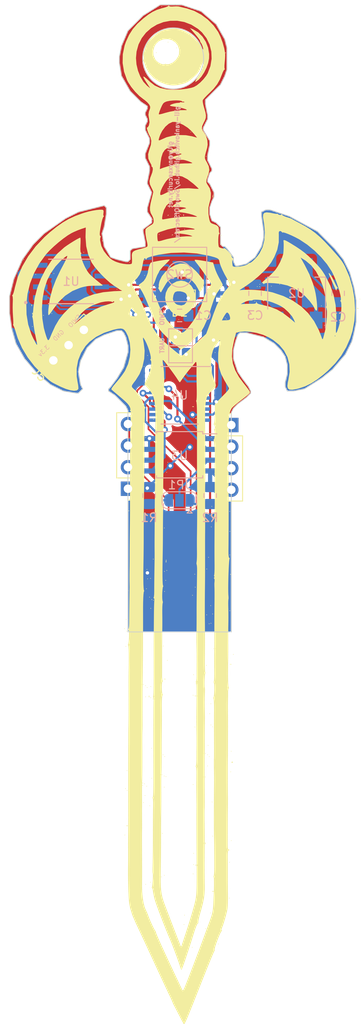
<source format=kicad_pcb>
(kicad_pcb (version 20221018) (generator pcbnew)
  (layers (0 "F.Cu" signal) (31 "B.Cu" signal) (34 "B.Paste" user) (35 "F.Paste" user) (36 "B.SilkS" user "B.Silkscreen") (37 "F.SilkS" user "F.Silkscreen") (38 "B.Mask" user) (39 "F.Mask" user) (44 "Edge.Cuts" user))
  (net 0 "")
  (net 1 "VCC")
  (net 2 "GND")
  (net 3 "RST")
  (net 4 "PC4")
  (net 5 "MISO")
  (net 6 "IO2")
  (net 7 "MOSI")
  (net 8 "SCK")
  (net 9 "SWIO")
  (net 10 "PC3")
  (net 16 "Net-(JP1-A)")
  (net 17 "Net-(JP1-B)")
  (net 18 "TX")
  (net 19 "RX")
  (net 24 "3.3v")
  (net 25 "D+")
  (net 26 "D-")
  (net 27 "TXOUT")
  (net 28 "RXOUT")
  (footprint "LED_SMD:LED_0805_2012Metric_Pad1.15x1.40mm_HandSolder" (layer "F.Cu") (at -0.009 -11.43 180)
    (fp_text reference "D1" (at 0 -1.65) (layer "F.SilkS"))
    (fp_text value "LED")
    (pad "1" smd roundrect (at -1.025 0 180) (size 1.15 1.4) (layers "F.Cu" "F.Paste" "F.Mask") (roundrect_rratio 0.217391) (net 2 "GND"))
    (pad "2" smd roundrect (at 1.025 0 180) (size 1.15 1.4) (layers "F.Cu" "F.Paste" "F.Mask") (roundrect_rratio 0.217391) (net 10 "PC3"))
  )
  (footprint "Connector_PinHeader_2.54mm:PinHeader_1x04_P2.54mm_Vertical" (layer "F.Cu") (at -6.096 11 180)
    (fp_text reference "J4" hide)
    (fp_text value "Conn_01x04_Pin")
    (pad "1" thru_hole rect (at 0 0 180) (size 1.7 1.7) (drill 1) (layers "*.Cu" "*.Mask") (net 7 "MOSI"))
    (pad "2" thru_hole oval (at 0 2.54 180) (size 1.7 1.7) (drill 1) (layers "*.Cu" "*.Mask") (net 8 "SCK"))
    (pad "3" thru_hole oval (at 0 5.08 180) (size 1.7 1.7) (drill 1) (layers "*.Cu" "*.Mask") (net 24 "3.3v"))
    (pad "4" thru_hole oval (at 0 7.62 180) (size 1.7 1.7) (drill 1) (layers "*.Cu" "*.Mask") (net 24 "3.3v"))
  )
  (footprint "LOGO" (layer "F.Cu") (at 0.203254 12.954 42)
    (fp_text reference "G***" hide)
    (fp_text value "LOGO" hide)
  )
  (footprint "Connector_PinHeader_2.54mm:PinHeader_1x03_P2.54mm_Vertical" (layer "F.Cu") (at -14.892102 -4.107898 135)
    (fp_text reference "J5" (at 0 -2.33 135) (layer "F.SilkS"))
    (fp_text value "Conn_01x03_Pin")
    (pad "1" thru_hole rect (at 0 0 135) (size 1.7 1.7) (drill 1) (layers "*.Cu" "*.Mask") (net 24 "3.3v"))
    (pad "2" thru_hole oval (at 0 2.54 135) (size 1.7 1.7) (drill 1) (layers "*.Cu" "*.Mask") (net 2 "GND"))
    (pad "3" thru_hole oval (at 0 5.08 135) (size 1.7 1.7) (drill 1) (layers "*.Cu" "*.Mask") (net 9 "SWIO"))
  )
  (footprint "Connectors:usb-PCB" (layer "F.Cu") (at 0 27.8)
    (fp_text reference "J2" hide)
    (fp_text value "USB_A" hide)
    (pad "1" connect rect (at 3.81 -4.9) (size 1.9 8) (layers "F.Cu" "F.Mask") (net 1 "VCC"))
    (pad "2" connect rect (at 1.3 -5.15) (size 2 7.5) (layers "F.Cu" "F.Mask") (net 26 "D-"))
    (pad "3" connect rect (at -1.3 -5.15) (size 2 7.5) (layers "F.Cu" "F.Mask") (net 25 "D+"))
    (pad "4" connect rect (at -3.81 -4.9) (size 1.9 8) (layers "F.Cu" "F.Mask") (net 2 "GND"))
  )
  (footprint "Connector_PinHeader_2.54mm:PinHeader_1x04_P2.54mm_Vertical" (layer "F.Cu") (at 6.096 3.5)
    (fp_text reference "J3" hide)
    (fp_text value "Conn_01x04_Pin")
    (pad "1" thru_hole rect (at 0 0) (size 1.7 1.7) (drill 1) (layers "*.Cu" "*.Mask") (net 4 "PC4"))
    (pad "2" thru_hole oval (at 0 2.54) (size 1.7 1.7) (drill 1) (layers "*.Cu" "*.Mask") (net 5 "MISO"))
    (pad "3" thru_hole oval (at 0 5.08) (size 1.7 1.7) (drill 1) (layers "*.Cu" "*.Mask") (net 6 "IO2"))
    (pad "4" thru_hole oval (at 0 7.62) (size 1.7 1.7) (drill 1) (layers "*.Cu" "*.Mask") (net 2 "GND"))
  )
  (footprint "SolderJumper:SolderJumper-2_P1.3mm_Open_Pad1.0x1.5mm" (layer "B.Cu") (at 0.112 -6.826 180)
    (fp_text reference "JP4" hide)
    (fp_text value "SolderJumper_2_Open")
    (pad "1" smd rect (at -0.65 0 180) (size 1 1.5) (layers "B.Cu" "B.Mask") (net 19 "RX"))
    (pad "2" smd rect (at 0.65 0 180) (size 1 1.5) (layers "B.Cu" "B.Mask") (net 28 "RXOUT"))
  )
  (footprint "SMD-Button-6x6-4Pin:SMD-BTN-6x6-4Pin" (layer "B.Cu") (at 0 -14.224)
    (fp_text reference "SW2" (at 0 0) (layer "B.SilkS") (effects (justify mirror)))
    (fp_text value "SW_Push")
    (pad "1" smd rect (at -4.05 2.225) (size 1.5 1) (layers "B.Cu" "B.Paste" "B.Mask") (net 2 "GND"))
    (pad "1" smd rect (at 4.05 2.225) (size 1.5 1) (layers "B.Cu" "B.Paste" "B.Mask") (net 2 "GND"))
    (pad "2" smd rect (at -4.05 -2.225) (size 1.5 1) (layers "B.Cu" "B.Paste" "B.Mask") (net 3 "RST"))
    (pad "2" smd rect (at 4.05 -2.225) (size 1.5 1) (layers "B.Cu" "B.Paste" "B.Mask") (net 3 "RST"))
  )
  (footprint "SolderJumper:SolderJumper-2_P1.3mm_Open_Pad1.0x1.5mm" (layer "B.Cu") (at 0.112 -4.826 180)
    (fp_text reference "JP3" hide)
    (fp_text value "SolderJumper_2_Open")
    (pad "1" smd rect (at -0.65 0 180) (size 1 1.5) (layers "B.Cu" "B.Mask") (net 27 "TXOUT"))
    (pad "2" smd rect (at 0.65 0 180) (size 1 1.5) (layers "B.Cu" "B.Mask") (net 18 "TX"))
  )
  (footprint "Resistor_SMD:R_0805_2012Metric_Pad1.20x1.40mm_HandSolder" (layer "B.Cu") (at -3.6 11.8 90)
    (fp_text reference "R1" (at -2.6 0 180) (layer "B.SilkS") (effects (justify mirror)))
    (fp_text value "10k")
    (pad "1" smd roundrect (at -1 0 90) (size 1.2 1.4) (layers "B.Cu" "B.Paste" "B.Mask") (roundrect_rratio 0.208333) (net 17 "Net-(JP1-B)"))
    (pad "2" smd roundrect (at 1 0 90) (size 1.2 1.4) (layers "B.Cu" "B.Paste" "B.Mask") (roundrect_rratio 0.208333) (net 24 "3.3v"))
  )
  (footprint "Package_SO:TSSOP-20_4.4x6.5mm_P0.65mm" (layer "B.Cu") (at 0 0 180)
    (fp_text reference "U4" (at 0 0) (layer "B.SilkS") (effects (justify mirror)))
    (fp_text value "CH32V003F4P6")
    (pad "1" smd roundrect (at -2.8625 2.925 180) (size 1.475 0.4) (layers "B.Cu" "B.Paste" "B.Mask"))
    (pad "2" smd roundrect (at -2.8625 2.275 180) (size 1.475 0.4) (layers "B.Cu" "B.Paste" "B.Mask") (net 18 "TX"))
    (pad "3" smd roundrect (at -2.8625 1.625 180) (size 1.475 0.4) (layers "B.Cu" "B.Paste" "B.Mask") (net 19 "RX"))
    (pad "4" smd roundrect (at -2.8625 0.975 180) (size 1.475 0.4) (layers "B.Cu" "B.Paste" "B.Mask") (net 3 "RST"))
    (pad "5" smd roundrect (at -2.8625 0.325 180) (size 1.475 0.4) (layers "B.Cu" "B.Paste" "B.Mask"))
    (pad "6" smd roundrect (at -2.8625 -0.325 180) (size 1.475 0.4) (layers "B.Cu" "B.Paste" "B.Mask"))
    (pad "7" smd roundrect (at -2.8625 -0.975 180) (size 1.475 0.4) (layers "B.Cu" "B.Paste" "B.Mask") (net 2 "GND"))
    (pad "8" smd roundrect (at -2.8625 -1.625 180) (size 1.475 0.4) (layers "B.Cu" "B.Paste" "B.Mask"))
    (pad "9" smd roundrect (at -2.8625 -2.275 180) (size 1.475 0.4) (layers "B.Cu" "B.Paste" "B.Mask") (net 24 "3.3v"))
    (pad "10" smd roundrect (at -2.8625 -2.925 180) (size 1.475 0.4) (layers "B.Cu" "B.Paste" "B.Mask"))
    (pad "11" smd roundrect (at 2.8625 -2.925 180) (size 1.475 0.4) (layers "B.Cu" "B.Paste" "B.Mask"))
    (pad "12" smd roundrect (at 2.8625 -2.275 180) (size 1.475 0.4) (layers "B.Cu" "B.Paste" "B.Mask"))
    (pad "13" smd roundrect (at 2.8625 -1.625 180) (size 1.475 0.4) (layers "B.Cu" "B.Paste" "B.Mask") (net 10 "PC3"))
    (pad "14" smd roundrect (at 2.8625 -0.975 180) (size 1.475 0.4) (layers "B.Cu" "B.Paste" "B.Mask") (net 4 "PC4"))
    (pad "15" smd roundrect (at 2.8625 -0.325 180) (size 1.475 0.4) (layers "B.Cu" "B.Paste" "B.Mask") (net 8 "SCK"))
    (pad "16" smd roundrect (at 2.8625 0.325 180) (size 1.475 0.4) (layers "B.Cu" "B.Paste" "B.Mask") (net 7 "MOSI"))
    (pad "17" smd roundrect (at 2.8625 0.975 180) (size 1.475 0.4) (layers "B.Cu" "B.Paste" "B.Mask") (net 5 "MISO"))
    (pad "18" smd roundrect (at 2.8625 1.625 180) (size 1.475 0.4) (layers "B.Cu" "B.Paste" "B.Mask") (net 9 "SWIO"))
    (pad "19" smd roundrect (at 2.8625 2.275 180) (size 1.475 0.4) (layers "B.Cu" "B.Paste" "B.Mask"))
    (pad "20" smd roundrect (at 2.8625 2.925 180) (size 1.475 0.4) (layers "B.Cu" "B.Paste" "B.Mask"))
  )
  (footprint "Resistor_SMD:R_0805_2012Metric_Pad1.20x1.40mm_HandSolder" (layer "B.Cu") (at 3.6 11.8 90)
    (fp_text reference "R2" (at -2.6 0 180) (layer "B.SilkS") (effects (justify mirror)))
    (fp_text value "100k")
    (pad "1" smd roundrect (at -1 0 90) (size 1.2 1.4) (layers "B.Cu" "B.Paste" "B.Mask") (roundrect_rratio 0.208333) (net 16 "Net-(JP1-A)"))
    (pad "2" smd roundrect (at 1 0 90) (size 1.2 1.4) (layers "B.Cu" "B.Paste" "B.Mask") (roundrect_rratio 0.208333) (net 2 "GND"))
  )
  (footprint "Capacitor_SMD:C_0805_2012Metric_Pad1.18x1.45mm_HandSolder" (layer "B.Cu") (at 18.7 -12 -90)
    (fp_text reference "C2" (at 2.8 0 -180) (layer "B.SilkS") (effects (justify mirror)))
    (fp_text value "C")
    (pad "1" smd roundrect (at -1.0375 0 270) (size 1.175 1.45) (layers "B.Cu" "B.Paste" "B.Mask") (roundrect_rratio 0.212766) (net 2 "GND"))
    (pad "2" smd roundrect (at 1.0375 0 270) (size 1.175 1.45) (layers "B.Cu" "B.Paste" "B.Mask") (roundrect_rratio 0.212766) (net 24 "3.3v"))
  )
  (footprint "SOIC127P798X216-8N:SOIC127P798X216-8N" (layer "B.Cu") (at -12.81 -13.4)
    (fp_text reference "U1" (at 0.01 0) (layer "B.SilkS") (effects (justify mirror)))
    (fp_text value "CH340N")
    (pad "1" smd roundrect (at -3.63 1.905) (size 1.71 0.58) (layers "B.Cu" "B.Paste" "B.Mask") (roundrect_rratio 0.07) (net 25 "D+"))
    (pad "2" smd roundrect (at -3.63 0.635) (size 1.71 0.58) (layers "B.Cu" "B.Paste" "B.Mask") (roundrect_rratio 0.07) (net 26 "D-"))
    (pad "3" smd roundrect (at -3.63 -0.635) (size 1.71 0.58) (layers "B.Cu" "B.Paste" "B.Mask") (roundrect_rratio 0.07) (net 2 "GND"))
    (pad "4" smd roundrect (at -3.63 -1.905) (size 1.71 0.58) (layers "B.Cu" "B.Paste" "B.Mask") (roundrect_rratio 0.07))
    (pad "5" smd roundrect (at 3.63 -1.905) (size 1.71 0.58) (layers "B.Cu" "B.Paste" "B.Mask") (roundrect_rratio 0.07) (net 24 "3.3v"))
    (pad "6" smd roundrect (at 3.63 -0.635) (size 1.71 0.58) (layers "B.Cu" "B.Paste" "B.Mask") (roundrect_rratio 0.07) (net 27 "TXOUT"))
    (pad "7" smd roundrect (at 3.63 0.635) (size 1.71 0.58) (layers "B.Cu" "B.Paste" "B.Mask") (roundrect_rratio 0.07) (net 28 "RXOUT"))
    (pad "8" smd roundrect (at 3.63 1.905) (size 1.71 0.58) (layers "B.Cu" "B.Paste" "B.Mask") (roundrect_rratio 0.07) (net 24 "3.3v"))
  )
  (footprint "Package_SO:SOIC-8_5.23x5.23mm_P1.27mm" (layer "B.Cu") (at 0 7 180)
    (fp_text reference "U3" (at 0 -0.112) (layer "B.SilkS") (effects (justify mirror)))
    (fp_text value "W25Q128JVS")
    (pad "1" smd roundrect (at -3.6 1.905 180) (size 1.6 0.6) (layers "B.Cu" "B.Paste" "B.Mask") (net 4 "PC4"))
    (pad "2" smd roundrect (at -3.6 0.635 180) (size 1.6 0.6) (layers "B.Cu" "B.Paste" "B.Mask") (net 5 "MISO"))
    (pad "3" smd roundrect (at -3.6 -0.635 180) (size 1.6 0.6) (layers "B.Cu" "B.Paste" "B.Mask") (net 6 "IO2"))
    (pad "4" smd roundrect (at -3.6 -1.905 180) (size 1.6 0.6) (layers "B.Cu" "B.Paste" "B.Mask") (net 2 "GND"))
    (pad "5" smd roundrect (at 3.6 -1.905 180) (size 1.6 0.6) (layers "B.Cu" "B.Paste" "B.Mask") (net 7 "MOSI"))
    (pad "6" smd roundrect (at 3.6 -0.635 180) (size 1.6 0.6) (layers "B.Cu" "B.Paste" "B.Mask") (net 8 "SCK"))
    (pad "7" smd roundrect (at 3.6 0.635 180) (size 1.6 0.6) (layers "B.Cu" "B.Paste" "B.Mask") (net 24 "3.3v"))
    (pad "8" smd roundrect (at 3.6 1.905 180) (size 1.6 0.6) (layers "B.Cu" "B.Paste" "B.Mask") (net 24 "3.3v"))
  )
  (footprint "Capacitor_SMD:C_0805_2012Metric_Pad1.18x1.45mm_HandSolder" (layer "B.Cu") (at 0 -9.4 180)
    (fp_text reference "C1" (at -2.8 0) (layer "B.SilkS") (effects (justify mirror)))
    (fp_text value "C")
    (pad "1" smd roundrect (at -1.0375 0 180) (size 1.175 1.45) (layers "B.Cu" "B.Paste" "B.Mask") (roundrect_rratio 0.212766) (net 3 "RST"))
    (pad "2" smd roundrect (at 1.0375 0 180) (size 1.175 1.45) (layers "B.Cu" "B.Paste" "B.Mask") (roundrect_rratio 0.212766) (net 2 "GND"))
  )
  (footprint "SolderJumper:SolderJumper-3_P1.3mm_Open_RoundedPad1.0x1.5mm" (layer "B.Cu") (at -0.02 12.3575 180)
    (fp_text reference "JP1" (at 0 1.8) (layer "B.SilkS") (effects (justify mirror)))
    (fp_text value "SolderJumper_3_Open")
    (pad "1" smd custom (at -1.3 0 180) (size 1 0.5) (layers "B.Cu" "B.Mask") (net 16 "Net-(JP1-A)") (options (clearance outline) (anchor rect)) (primitives (gr_circle (center 0 -0.25) (end 0.5 -0.25) (width 0) (fill yes)) (gr_circle (center 0 0.25) (end 0.5 0.25) (width 0) (fill yes)) (gr_poly (pts (xy 0.55 0.75) (xy 0 0.75) (xy 0 -0.75) (xy 0.55 -0.75)) (width 0) (fill yes))))
    (pad "2" smd rect (at 0 0 180) (size 1 1.5) (layers "B.Cu" "B.Mask") (net 6 "IO2"))
    (pad "3" smd custom (at 1.3 0 180) (size 1 0.5) (layers "B.Cu" "B.Mask") (net 17 "Net-(JP1-B)") (options (clearance outline) (anchor rect)) (primitives (gr_circle (center 0 -0.25) (end 0.5 -0.25) (width 0) (fill yes)) (gr_circle (center 0 0.25) (end 0.5 0.25) (width 0) (fill yes)) (gr_poly (pts (xy -0.55 0.75) (xy 0 0.75) (xy 0 -0.75) (xy -0.55 -0.75)) (width 0) (fill yes))))
  )
  (footprint "Package_TO_SOT_SMD:SOT-223-3_TabPin2" (layer "B.Cu") (at 13.8 -12 90)
    (fp_text reference "U2" (at 0 0 180) (layer "B.SilkS") (effects (justify mirror)))
    (fp_text value "AMS1117-3.3")
    (pad "1" smd rect (at -3.15 2.3 90) (size 2 1.5) (layers "B.Cu" "B.Paste" "B.Mask") (net 2 "GND"))
    (pad "2" smd rect (at -3.15 0 90) (size 2 1.5) (layers "B.Cu" "B.Paste" "B.Mask") (net 24 "3.3v"))
    (pad "2" smd rect (at 3.15 0 90) (size 2 3.8) (layers "B.Cu" "B.Paste" "B.Mask") (net 24 "3.3v"))
    (pad "3" smd rect (at -3.15 -2.3 90) (size 2 1.5) (layers "B.Cu" "B.Paste" "B.Mask") (net 1 "VCC"))
  )
  (footprint "Capacitor_SMD:C_0805_2012Metric_Pad1.18x1.45mm_HandSolder" (layer "B.Cu") (at 8.9 -12 90)
    (fp_text reference "C3" (at -2.6 0 180) (layer "B.SilkS") (effects (justify mirror)))
    (fp_text value "C")
    (pad "1" smd roundrect (at -1.0375 0 90) (size 1.175 1.45) (layers "B.Cu" "B.Paste" "B.Mask") (roundrect_rratio 0.212766) (net 1 "VCC"))
    (pad "2" smd roundrect (at 1.0375 0 90) (size 1.175 1.45) (layers "B.Cu" "B.Paste" "B.Mask") (roundrect_rratio 0.212766) (net 2 "GND"))
  )
  (gr_poly (pts (xy -7.9 -10.9) (xy -8.8 -10.6) (xy -9.8 -10.2) (xy -10.4 -9.9) (xy -11 -9.5) (xy -12.4 -8.4) (xy -12 -9.1) (xy -11.5 -9.8) (xy -10.7 -10.4) (xy -9.8 -10.8) (xy -8.8 -11.1) (xy -7.7 -11.1) (xy -7.7 -11)) (stroke (width 0.2)) (fill solid) (layer "F.Cu"))
  (gr_poly (pts (xy 0.8 -33.5) (xy -0.5 -33.5) (xy -1.1 -33.4) (xy -2.2 -33.1) (xy -2.5 -33) (xy -2.5 -33.1) (xy -2.3 -33.6) (xy -2 -34.3) (xy -1.8 -34.5) (xy -1.5 -34.6) (xy -1 -34.7) (xy 0.1 -34.7) (xy 0.3 -34.6) (xy 0.6 -34.6) (xy 0.6 -34.5) (xy 0.5 -34.4) (xy -0.2 -34.4) (xy -0.7 -34.3) (xy -1 -34.2) (xy -1.1 -34.1) (xy -0.1 -33.9) (xy 0.5 -33.8) (xy 0.9 -33.6)) (stroke (width 0.2)) (fill solid) (layer "F.Cu"))
  (gr_poly (pts (xy 2.2 -24.3) (xy 1.1 -24.4) (xy -0.6 -24.2) (xy -2.2 -23.5) (xy -2.3 -23.6) (xy -2.3 -24) (xy -1.5 -25.4) (xy -0.8 -25.8) (xy -0.2 -25.9) (xy 0.5 -25.7) (xy 1.3 -25.2) (xy 2.3 -24.3)) (stroke (width 0.2)) (fill solid) (layer "F.Cu"))
  (gr_poly (pts (xy 0.4 -18.7) (xy -1.8 -18.3) (xy -2.5 -18.1) (xy -2.6 -18.2) (xy -2.6 -19.1) (xy -1.5 -19.5) (xy -0.5 -19.7) (xy 0.5 -19.8) (xy 1.4 -19.7) (xy 1.8 -19.6) (xy 1.7 -19.5) (xy 1.2 -19.5) (xy 0.2 -19.4) (xy -0.6 -19.2) (xy -0.5 -19.1) (xy 0.4 -19) (xy 1.1 -18.9) (xy 1.5 -18.7)) (stroke (width 0.2)) (fill solid) (layer "F.Cu"))
  (gr_poly (pts (xy 7.1 -12.4) (xy 8.9 -12.4) (xy 10.6 -12.2) (xy 12.2 -11.7) (xy 13.4 -11.1) (xy 14.4 -10.4) (xy 15.3 -9.5) (xy 15.9 -8.7) (xy 16.5 -7.5) (xy 16.8 -6.6) (xy 16.9 -6.6) (xy 17.1 -7.3) (xy 17.3 -8.4) (xy 17.4 -9.5) (xy 17.4 -10.3) (xy 17.2 -11.6) (xy 16.9 -12.9) (xy 16.5 -13.8) (xy 15.9 -14.9) (xy 15.1 -15.7) (xy 14.2 -16.3) (xy 14.9 -15) (xy 15.3 -14.2) (xy 15.7 -13.2) (xy 16 -12.2) (xy 16.2 -10.8) (xy 16.2 -10) (xy 16.1 -10) (xy 15.4 -11) (xy 14.8 -11.7) (xy 14.3 -12.1) (xy 13.5 -12.6) (xy 12.8 -12.9) (xy 12 -13.1) (xy 11.1 -13.2) (xy 9.8 -13.2) (xy 9.8 -13.3) (xy 10.8 -14.2) (xy 11.4 -14.9) (xy 11.9 -15.7) (xy 12.3 -16.7) (xy 12.3 -18.2) (xy 12.4 -18.2) (xy 13.4 -17.7) (xy 14.6 -16.9) (xy 15.9 -15.7) (xy 16.6 -15) (xy 17.2 -14) (xy 17.8 -12.8) (xy 18.2 -11.7) (xy 18.4 -10.6) (xy 18.5 -9.3) (xy 18.4 -7.4) (xy 18.5 -7.3) (xy 18.8 -8.2) (xy 19.1 -9.6) (xy 19.1 -11.2) (xy 18.9 -12.3) (xy 18.5 -13.4) (xy 17.7 -15.1) (xy 16.5 -16.5) (xy 15.5 -17.4) (xy 14.2 -18.3) (xy 12.6 -19.1) (xy 11.8 -19.4) (xy 11.6 -19.2) (xy 11.7 -18.4) (xy 11.7 -18) (xy 11.5 -17.1) (xy 11.2 -16.3) (xy 10.8 -15.6) (xy 10.2 -14.9) (xy 9.6 -14.3) (xy 8.8 -13.6)) (stroke (width 0.2)) (fill solid) (layer "F.Cu"))
  (gr_poly (pts (xy 7.2 -10.7) (xy 8.9 -10.8) (xy 10 -10.6) (xy 11.5 -10.1) (xy 12.3 -9.6) (xy 13.6 -8.6) (xy 13.3 -9.3) (xy 12.3 -10.3) (xy 11.4 -10.8) (xy 10.2 -11.2) (xy 8.7 -11.3) (xy 7.4 -10.9)) (stroke (width 0.2)) (fill solid) (layer "F.Cu"))
  (gr_poly (pts (xy 2.1 -30.3) (xy 1.3 -30.5) (xy 0.2 -30.6) (xy -0.9 -30.5) (xy -1.6 -30.3) (xy -2.3 -30) (xy -2.5 -30) (xy -2.5 -30.2) (xy -2.1 -31.2) (xy -1.6 -31.8) (xy -0.9 -32.2) (xy -0.5 -32.2) (xy 0 -32.1) (xy 0.4 -31.9) (xy 0.9 -31.6) (xy 1.3 -31.2) (xy 1.8 -30.8)) (stroke (width 0.2)) (fill solid) (layer "F.Cu"))
  (gr_poly (pts (xy 1.5 -27.3) (xy 0.1 -27.3) (xy -0.9 -27.1) (xy -1.6 -26.9) (xy -2.4 -26.6) (xy -2.2 -27.9) (xy -2 -28.5) (xy -1.8 -28.8) (xy -1.7 -29) (xy -1.4 -29.2) (xy -0.8 -29.3) (xy -0.5 -29.3) (xy -0.3 -29.2) (xy -0.3 -29.1) (xy -0.9 -28.9) (xy -1.2 -28.7) (xy -1.2 -28.6) (xy 0.3 -28.4) (xy -0.9 -28) (xy -0.9 -27.9) (xy 0 -27.8) (xy 1 -27.6) (xy 1.5 -27.4)) (stroke (width 0.2)) (fill solid) (layer "F.Cu"))
  (gr_poly (pts (xy 2.1 -21) (xy 0.1 -21) (xy -2 -20.7) (xy -2.1 -20.8) (xy -1.9 -21.6) (xy -1.6 -22.3) (xy -1.1 -22.7) (xy -0.3 -23) (xy 0.2 -22.9) (xy 0.1 -22.8) (xy -0.5 -22.5) (xy -0.8 -22.3) (xy -0.8 -22.2) (xy 0.5 -22.1) (xy 0.8 -22) (xy 0.2 -21.9) (xy -0.2 -21.7) (xy -0.3 -21.6) (xy 0.3 -21.5) (xy 1.4 -21.3)) (stroke (width 0.2)) (fill solid) (layer "F.Cu"))
  (gr_poly (pts (xy -6.8 -12.3) (xy -8.3 -12.2) (xy -9.1 -12.1) (xy -10.4 -11.8) (xy -11.2 -11.5) (xy -12.2 -10.9) (xy -13.1 -10.2) (xy -13.8 -9.5) (xy -14.4 -8.7) (xy -14.7 -8.1) (xy -15.1 -7.2) (xy -15.4 -6.5) (xy -15.5 -6.5) (xy -15.6 -6.6) (xy -16 -7.9) (xy -16.2 -8.9) (xy -16.3 -10.2) (xy -16.2 -11.5) (xy -16 -12.5) (xy -15.7 -13.4) (xy -15.3 -14.2) (xy -14.6 -15.2) (xy -13.9 -16) (xy -13.4 -16.4) (xy -13.2 -16.5) (xy -13.2 -16.3) (xy -13.8 -15.2) (xy -14.5 -13.8) (xy -14.8 -13) (xy -15 -12.5) (xy -15.3 -11.4) (xy -15.4 -10.8) (xy -15.5 -9.8) (xy -15.5 -9.4) (xy -15.4 -9.4) (xy -14.7 -10.4) (xy -14.3 -10.9) (xy -13.5 -11.7) (xy -12.6 -12.3) (xy -11.9 -12.6) (xy -11.2 -12.8) (xy -10.5 -12.9) (xy -9.3 -12.9) (xy -9.2 -13) (xy -10.8 -14.4) (xy -11.4 -15.6) (xy -11.6 -16.2) (xy -11.7 -16.9) (xy -11.7 -18.5) (xy -11.8 -18.5) (xy -12.9 -17.9) (xy -13.6 -17.4) (xy -14.4 -16.7) (xy -15.1 -15.8) (xy -15.8 -14.8) (xy -16.4 -13.6) (xy -16.8 -12.6) (xy -17.1 -11.4) (xy -17.3 -9.7) (xy -17.3 -9) (xy -17.2 -8.1) (xy -17 -7) (xy -16.8 -6) (xy -16.9 -5.9) (xy -17.4 -7) (xy -17.8 -8.1) (xy -18.1 -9.5) (xy -18.1 -10.7) (xy -17.9 -12.2) (xy -17.6 -13.3) (xy -17.2 -14.3) (xy -16.6 -15.4) (xy -15.9 -16.4) (xy -15.2 -17.2) (xy -13.9 -18.3) (xy -12.8 -19.1) (xy -12.1 -19.4) (xy -11 -19.8) (xy -11 -17.6) (xy -10.7 -16.4) (xy -10.4 -15.7) (xy -10.1 -15.2) (xy -9.1 -14.1) (xy -8.1 -13.2) (xy -7.3 -12.6)) (stroke (width 0.2)) (fill solid) (layer "F.Cu"))
  (gr_poly (pts (xy 6.096 27.852291) (xy 6.096 2.042291) (xy 6.35 1.534291) (xy 6.858 1.026291) (xy 7.874 0.264291) (xy 8.382 -0.243709) (xy 8.382 -0.497709) (xy 8.128 -1.005709) (xy 7.366 -2.021709) (xy 6.858 -2.783709) (xy 6.35 -4.307709) (xy 6.35 -5.323709) (xy 6.604 -6.339709) (xy 6.858 -7.101709) (xy 7.112 -7.355709) (xy 7.874 -7.355709) (xy 9.906 -6.847709) (xy 11.176 -6.085709) (xy 11.938 -5.323709) (xy 12.446 -4.561709) (xy 12.7 -3.545709) (xy 12.7 -2.529709) (xy 12.446 -1.513709) (xy 12.446 -1.005709) (xy 12.7 -0.497709) (xy 13.462 -0.497709) (xy 14.732 -0.751709) (xy 16.764 -2.021709) (xy 18.034 -3.037709) (xy 19.558 -4.815709) (xy 20.32 -6.339709) (xy 20.574 -7.355709) (xy 20.828 -8.625709) (xy 20.828 -11.165709) (xy 20.574 -12.689709) (xy 20.066 -14.467709) (xy 19.304 -15.991709) (xy 18.288 -17.261709) (xy 16.256 -19.293709) (xy 12.954 -21.071709) (xy 10.668 -21.833709) (xy 10.16 -21.833709) (xy 9.652 -21.579709) (xy 9.652 -21.071709) (xy 9.906 -19.293709) (xy 9.906 -18.531709) (xy 9.652 -17.515709) (xy 8.89 -16.245709) (xy 7.874 -15.483709) (xy 6.858 -15.229709) (xy 6.604 -15.229709) (xy 6.35 -15.737709) (xy 6.35 -16.245709) (xy 5.588 -17.261709) (xy 5.334 -17.515709) (xy 5.08 -17.515709) (xy 4.826 -17.769709) (xy 4.826 -19.801709) (xy 4.318 -20.309709) (xy 3.81 -20.563709) (xy 3.556 -21.325709) (xy 3.556 -22.087709) (xy 3.81 -22.849709) (xy 4.064 -23.357709) (xy 4.064 -23.865709) (xy 3.556 -24.881709) (xy 3.302 -25.135709) (xy 3.302 -25.389709) (xy 3.556 -26.151709) (xy 3.81 -26.405709) (xy 3.81 -26.659709) (xy 3.302 -27.675709) (xy 3.302 -28.183709) (xy 3.556 -29.453709) (xy 3.556 -29.961709) (xy 2.794 -31.231709) (xy 2.794 -31.485709) (xy 3.302 -32.501709) (xy 3.302 -33.009709) (xy 3.048 -34.279709) (xy 3.048 -34.787709) (xy 4.826 -36.565709) (xy 5.334 -37.581709) (xy 5.588 -38.343709) (xy 5.588 -40.883709) (xy 5.334 -41.899709) (xy 4.318 -43.677709) (xy 2.54 -45.201709) (xy 0.254 -45.963709) (xy -2.286 -45.963709) (xy -4.318 -44.693709) (xy -6.096 -42.915709) (xy -6.858 -41.137709) (xy -7.112 -39.867709) (xy -7.112 -39.105709) (xy -6.858 -37.581709) (xy -5.842 -35.803709) (xy -4.572 -34.533709) (xy -3.81 -34.025709) (xy -3.81 -33.771709) (xy -4.064 -33.263709) (xy -4.064 -33.009709) (xy -3.81 -32.501709) (xy -3.81 -32.247709) (xy -4.064 -31.739709) (xy -4.064 -31.231709) (xy -3.556 -30.215709) (xy -3.556 -29.707709) (xy -4.064 -28.437709) (xy -4.064 -27.929709) (xy -3.556 -26.913709) (xy -3.556 -26.405709) (xy -3.81 -25.135709) (xy -3.81 -24.881709) (xy -3.302 -23.865709) (xy -3.81 -22.087709) (xy -3.81 -21.579709) (xy -3.302 -20.817709) (xy -3.302 -20.309709) (xy -4.318 -19.547709) (xy -4.318 -19.293709) (xy -4.064 -18.023709) (xy -4.064 -17.515709) (xy -5.588 -17.261709) (xy -5.842 -17.007709) (xy -5.842 -15.991709) (xy -6.096 -15.737709) (xy -6.35 -15.737709) (xy -7.366 -15.991709) (xy -8.128 -16.245709) (xy -8.89 -17.515709) (xy -9.144 -19.039709) (xy -8.89 -19.801709) (xy -8.636 -21.325709) (xy -8.636 -22.087709) (xy -8.89 -22.341709) (xy -11.938 -21.579709) (xy -13.462 -20.817709) (xy -16.002 -19.039709) (xy -17.272 -17.769709) (xy -18.542 -15.991709) (xy -19.558 -13.705709) (xy -20.066 -11.673709) (xy -20.066 -9.641709) (xy -19.812 -7.863709) (xy -19.304 -6.085709) (xy -18.288 -4.307709) (xy -16.764 -2.529709) (xy -15.24 -1.259709) (xy -13.716 -0.497709) (xy -12.192 -0.243709) (xy -11.938 -0.243709) (xy -11.43 -0.751709) (xy -11.684 -1.259709) (xy -11.938 -2.783709) (xy -11.684 -4.053709) (xy -10.922 -5.577709) (xy -9.906 -6.593709) (xy -8.89 -7.101709) (xy -7.366 -7.609709) (xy -6.858 -7.609709) (xy -6.604 -7.355709) (xy -6.35 -6.847709) (xy -6.096 -5.831709) (xy -6.096 -5.069709) (xy -6.604 -3.291709) (xy -7.366 -2.021709) (xy -8.128 -1.005709) (xy -8.382 -0.751709) (xy -8.382 -0.497709) (xy -7.62 0.010291) (xy -6.35 1.280291) (xy -6.096 1.788291) (xy -6.096 27.852291)) (stroke (width 0.1)) (fill none) (layer "Edge.Cuts"))
  (gr_circle (center -0.762 -39.652135) (end -0.508 -36.068) (stroke (width 0.1)) (fill none) (layer "Edge.Cuts"))
  (gr_text "/SWIO" (at -1.778 -10.668 90) (layer "B.SilkS") (effects (font (size 0.5 0.5) (thickness 0.125)) (justify left bottom mirror)))
  (gr_text "3.3v" (at -15.24 -5.6 45) (layer "B.SilkS") (effects (font (size 0.5 0.5) (thickness 0.0625)) (justify left bottom mirror)))
  (gr_text "GND" (at -13.5 -7.4 45) (layer "B.SilkS") (effects (font (size 0.5 0.5) (thickness 0.0625)) (justify left bottom mirror)))
  (gr_text "giliy@nyxsecurity.net\ngili-yankovitch.github.io/SwordOfSecrets/" (at 0 -26 90) (layer "B.SilkS") (effects (font (size 0.5 0.5) (thickness 0.125)) (justify bottom mirror)))
  (gr_text "UART" (at -1.778 -6.858 90) (layer "B.SilkS") (effects (font (size 0.5 0.5) (thickness 0.125)) (justify left bottom mirror)))
  (gr_text "SWIO" (at -11.5 -9.2 45) (layer "B.SilkS") (effects (font (size 0.5 0.5) (thickness 0.0625)) (justify left bottom mirror)))
  (segment (start 3.593 14.393) (end 3.593 -6.093) (width 0.25) (layer "F.Cu") (net 1))
  (segment (start 3.81 14.61) (end 3.593 14.393) (width 0.25) (layer "F.Cu") (net 1))
  (segment (start 3.593 -6.093) (end 4 -6.5) (width 0.25) (layer "F.Cu") (net 1))
  (segment (start 3.81 22.9) (end 3.81 14.61) (width 0.25) (layer "F.Cu") (net 1))
  (via (at 4 -6.5) (size 0.8) (drill 0.4) (layers "F.Cu" "B.Cu") (net 1))
  (segment (start 5.443119 -6.5) (end 4 -6.5) (width 0.25) (layer "B.Cu") (net 1))
  (segment (start 7.793119 -8.85) (end 5.443119 -6.5) (width 0.25) (layer "B.Cu") (net 1))
  (segment (start 9.3875 -10.9625) (end 8.9 -10.9625) (width 0.25) (layer "B.Cu") (net 1))
  (segment (start 11.5 -8.85) (end 7.793119 -8.85) (width 0.25) (layer "B.Cu") (net 1))
  (segment (start 11.5 -8.85) (end 9.3875 -10.9625) (width 0.25) (layer "B.Cu") (net 1))
  (segment (start 4.064 -11.938) (end 3.556 -11.43) (width 0.25) (layer "F.Cu") (net 2))
  (segment (start 4.921 1.365) (end 4.318 0.762) (width 0.25) (layer "F.Cu") (net 2))
  (segment (start 3.556 -11.43) (end 1.016 -11.43) (width 0.25) (layer "F.Cu") (net 2))
  (segment (start 4.921 10.07) (end 5.971 11.12) (width 0.25) (layer "F.Cu") (net 2))
  (segment (start -7.125 -11.525) (end -9.675 -11.525) (width 0.25) (layer "F.Cu") (net 2))
  (segment (start -9.675 -11.525) (end -10.023267 -11.176733) (width 0.25) (layer "F.Cu") (net 2))
  (segment (start 4.921 4.657695) (end 4.921 10.07) (width 0.25) (layer "F.Cu") (net 2))
  (segment (start -6.9 -11.3) (end -7.125 -11.525) (width 0.25) (layer "F.Cu") (net 2))
  (segment (start 4.921 4.657695) (end 4.921 1.365) (width 0.25) (layer "F.Cu") (net 2))
  (segment (start -13.096051 -8.83774) (end -13.096051 -5.903949) (width 0.25) (layer "F.Cu") (net 2))
  (segment (start -10.757058 -11.176733) (end -13.096051 -8.83774) (width 0.25) (layer "F.Cu") (net 2))
  (segment (start -10.023267 -11.176733) (end -10.757058 -11.176733) (width 0.25) (layer "F.Cu") (net 2))
  (via (at 4.318 0.762) (size 0.8) (drill 0.4) (layers "F.Cu" "B.Cu") (net 2))
  (via (at -3.8 20.9) (size 0.8) (drill 0.4) (layers "F.Cu" "B.Cu") (net 2))
  (via (at 4.064 -11.938) (size 0.8) (drill 0.4) (layers "F.Cu" "B.Cu") (net 2))
  (via (at -6.9 -11.3) (size 0.8) (drill 0.4) (layers "F.Cu" "B.Cu") (net 2))
  (via (at 1.016 -11.43) (size 0.8) (drill 0.4) (layers "F.Cu" "B.Cu") (net 2))
  (segment (start 5.815 11.12) (end 3.6 8.905) (width 0.25) (layer "B.Cu") (net 2))
  (segment (start -6.9 -11.3) (end -6.9 -11.1) (width 0.25) (layer "B.Cu") (net 2))
  (segment (start -1.0375 -9.4) (end -1.014 -9.4) (width 0.25) (layer "B.Cu") (net 2))
  (segment (start 2.8625 0.975) (end 4.105 0.975) (width 0.25) (layer "B.Cu") (net 2))
  (segment (start 3.6 10.8) (end 4.7 11.9) (width 0.25) (layer "B.Cu") (net 2))
  (segment (start 4.105 0.975) (end 4.318 0.762) (width 0.25) (layer "B.Cu") (net 2))
  (segment (start -4.34342 -10.95558) (end -6.75558 -10.95558) (width 0.25) (layer "B.Cu") (net 2))
  (segment (start -1.014 -9.4) (end 1.016 -11.43) (width 0.25) (layer "B.Cu") (net 2))
  (segment (start -4.05 -11.999) (end -4.05 -11.249) (width 0.25) (layer "B.Cu") (net 2))
  (segment (start 4.02 11.12) (end 5.815 11.12) (width 0.25) (layer "B.Cu") (net 2))
  (segment (start 3.8 10.9) (end 4.02 11.12) (width 0.25) (layer "B.Cu") (net 2))
  (segment (start -6.75558 -10.95558) (end -6.9 -11.3) (width 0.25) (layer "B.Cu") (net 2))
  (segment (start -4.05 -11.249) (end -4.34342 -10.95558) (width 0.25) (layer "B.Cu") (net 2))
  (segment (start 3.551041 -0.975) (end 2.8625 -0.975) (width 0.25) (layer "B.Cu") (net 3))
  (segment (start 1.9375 -8.5) (end 1.0375 -9.4) (width 0.25) (layer "B.Cu") (net 3))
  (segment (start 1.998 -5.368) (end 3.925 -3.441) (width 0.25) (layer "B.Cu") (net 3))
  (segment (start 2.975 -11.3375) (end 1.998 -10.3605) (width 0.25) (layer "B.Cu") (net 3))
  (segment (start 1.998 -8.856) (end 1.998 -8.5) (width 0.25) (layer "B.Cu") (net 3))
  (segment (start 4.05 -16.449) (end -4.05 -16.449) (width 0.25) (layer "B.Cu") (net 3))
  (segment (start 1.998 -8.5) (end 1.998 -5.368) (width 0.25) (layer "B.Cu") (net 3))
  (segment (start 2.975 -15.374) (end 4.05 -16.449) (width 0.25) (layer "B.Cu") (net 3))
  (segment (start 2.975 -11.3375) (end 2.975 -15.374) (width 0.25) (layer "B.Cu") (net 3))
  (segment (start 1.998 -8.5) (end 1.9375 -8.5) (width 0.25) (layer "B.Cu") (net 3))
  (segment (start 3.925 -1.348959) (end 3.551041 -0.975) (width 0.25) (layer "B.Cu") (net 3))
  (segment (start 3.925 -3.441) (end 3.925 -1.348959) (width 0.25) (layer "B.Cu") (net 3))
  (segment (start 1.998 -10.3605) (end 1.998 -8.856) (width 0.25) (layer "B.Cu") (net 3))
  (segment (start 3.307695 5.095) (end -0.545 1.242305) (width 0.25) (layer "B.Cu") (net 4))
  (segment (start 3.6 5.095) (end 4.501 5.095) (width 0.25) (layer "B.Cu") (net 4))
  (segment (start -2.173959 0.975) (end -2.8625 0.975) (width 0.25) (layer "B.Cu") (net 4))
  (segment (start -0.545 1.223695) (end -1.098174 0.670521) (width 0.25) (layer "B.Cu") (net 4))
  (segment (start -0.545 1.242305) (end -0.545 1.223695) (width 0.25) (layer "B.Cu") (net 4))
  (segment (start 3.6 5.095) (end 3.307695 5.095) (width 0.25) (layer "B.Cu") (net 4))
  (segment (start -1.098174 0.670521) (end -1.86948 0.670521) (width 0.25) (layer "B.Cu") (net 4))
  (segment (start -1.86948 0.670521) (end -2.173959 0.975) (width 0.25) (layer "B.Cu") (net 4))
  (segment (start 4.501 5.095) (end 5.971 3.625) (width 0.25) (layer "B.Cu") (net 4))
  (segment (start 5.971 3.625) (end 5.971 3.5) (width 0.25) (layer "B.Cu") (net 4))
  (segment (start -0.254 2.794) (end -0.254 0.254) (width 0.25) (layer "F.Cu") (net 5))
  (segment (start -0.254 0.254) (end -1.27 -0.762) (width 0.25) (layer "F.Cu") (net 5))
  (via (at -0.254 2.794) (size 0.8) (drill 0.4) (layers "F.Cu" "B.Cu") (net 5))
  (via (at -1.27 -0.762) (size 0.8) (drill 0.4) (layers "F.Cu" "B.Cu") (net 5))
  (segment (start -0.254 2.794) (end 0 2.794) (width 0.25) (layer "B.Cu") (net 5))
  (segment (start 5.771 6.365) (end 5.971 6.165) (width 0.25) (layer "B.Cu") (net 5))
  (segment (start 3.317 6.365) (end 0 3.048) (width 0.25) (layer "B.Cu") (net 5))
  (segment (start 0 3.048) (end -0.254 2.794) (width 0.25) (layer "B.Cu") (net 5))
  (segment (start 3.6 6.365) (end 5.771 6.365) (width 0.25) (layer "B.Cu") (net 5))
  (segment (start -1.27 -0.762) (end -1.483 -0.975) (width 0.25) (layer "B.Cu") (net 5))
  (segment (start 5.971 6.165) (end 5.971 6.04) (width 0.25) (layer "B.Cu") (net 5))
  (segment (start 3.6 6.365) (end 3.317 6.365) (width 0.25) (layer "B.Cu") (net 5))
  (segment (start -1.483 -0.975) (end -2.8625 -0.975) (width 0.25) (layer "B.Cu") (net 5))
  (segment (start 5.971 8.455) (end 5.971 8.58) (width 0.25) (layer "B.Cu") (net 6))
  (segment (start -0.02 12.3575) (end -0.02 11.053249) (width 0.25) (layer "B.Cu") (net 6))
  (segment (start 3.398249 7.635) (end 3.6 7.635) (width 0.25) (layer "B.Cu") (net 6))
  (segment (start 3.6 7.635) (end 5.151 7.635) (width 0.25) (layer "B.Cu") (net 6))
  (segment (start -0.02 11.053249) (end 3.398249 7.635) (width 0.25) (layer "B.Cu") (net 6))
  (segment (start 5.151 7.635) (end 5.971 8.455) (width 0.25) (layer "B.Cu") (net 6))
  (segment (start -3.498 0.948396) (end -3.498 0.566) (width 0.25) (layer "F.Cu") (net 7))
  (segment (start -1.778 4.064) (end -1.778 3.057305) (width 0.25) (layer "F.Cu") (net 7))
  (segment (start -1.995 2.451396) (end -3.498 0.948396) (width 0.25) (layer "F.Cu") (net 7))
  (segment (start -1.778 3.057305) (end -1.995 2.840305) (width 0.25) (layer "F.Cu") (net 7))
  (segment (start -3.498 0.566) (end -4.318 -0.254) (width 0.25) (layer "F.Cu") (net 7))
  (segment (start -1.995 2.840305) (end -1.995 2.451396) (width 0.25) (layer "F.Cu") (net 7))
  (via (at -1.778 4.064) (size 0.8) (drill 0.4) (layers "F.Cu" "B.Cu") (net 7))
  (via (at -4.318 -0.254) (size 0.8) (drill 0.4) (layers "F.Cu" "B.Cu") (net 7))
  (segment (start -5.971 10.875) (end -5.971 11) (width 0.25) (layer "B.Cu") (net 7))
  (segment (start -3.6 8.905) (end -3.398249 8.905) (width 0.25) (layer "B.Cu") (net 7))
  (segment (start -4.001 8.905) (end -5.971 10.875) (width 0.25) (layer "B.Cu") (net 7))
  (segment (start -1.778 7.284751) (end -1.778 4.064) (width 0.25) (layer "B.Cu") (net 7))
  (segment (start -4.318 -0.254) (end -2.9335 -0.254) (width 0.25) (layer "B.Cu") (net 7))
  (segment (start -3.6 8.905) (end -4.001 8.905) (width 0.25) (layer "B.Cu") (net 7))
  (segment (start -2.9335 -0.254) (end -2.8625 -0.325) (width 0.25) (layer "B.Cu") (net 7))
  (segment (start -3.398249 8.905) (end -1.778 7.284751) (width 0.25) (layer "B.Cu") (net 7))
  (segment (start -3.6 7.635) (end -5.271 7.635) (width 0.25) (layer "B.Cu") (net 8))
  (segment (start -2.475 6.711751) (end -2.475 4.651041) (width 0.25) (layer "B.Cu") (net 8))
  (segment (start -5.271 7.635) (end -5.971 8.335) (width 0.25) (layer "B.Cu") (net 8))
  (segment (start -3.398249 7.635) (end -2.475 6.711751) (width 0.25) (layer "B.Cu") (net 8))
  (segment (start -2.475 4.651041) (end -4.064 3.062041) (width 0.25) (layer "B.Cu") (net 8))
  (segment (start -5.971 8.335) (end -5.971 8.46) (width 0.25) (layer "B.Cu") (net 8))
  (segment (start -3.6 7.635) (end -3.398249 7.635) (width 0.25) (layer "B.Cu") (net 8))
  (segment (start -4.064 3.062041) (end -4.064 0.837959) (width 0.25) (layer "B.Cu") (net 8))
  (segment (start -3.551041 0.325) (end -2.8625 0.325) (width 0.25) (layer "B.Cu") (net 8))
  (segment (start -4.064 0.837959) (end -3.551041 0.325) (width 0.25) (layer "B.Cu") (net 8))
  (segment (start -2.032 -3.935604) (end -2.032 -7.874) (width 0.25) (layer "B.Cu") (net 9))
  (segment (start -2.173959 -1.625) (end -1.778 -2.020959) (width 0.25) (layer "B.Cu") (net 9))
  (segment (start -11.3 -7.7) (end -10.45 -8.55) (width 0.25) (layer "B.Cu") (net 9))
  (segment (start -10.45 -8.55) (end -2.708 -8.55) (width 0.25) (layer "B.Cu") (net 9))
  (segment (start -2.708 -8.55) (end -2.032 -7.874) (width 0.25) (layer "B.Cu") (net 9))
  (segment (start -1.778 -3.681604) (end -2.032 -3.935604) (width 0.25) (layer "B.Cu") (net 9))
  (segment (start -2.8625 -1.625) (end -2.173959 -1.625) (width 0.25) (layer "B.Cu") (net 9))
  (segment (start -1.778 -2.020959) (end -1.778 -3.681604) (width 0.25) (layer "B.Cu") (net 9))
  (segment (start -3.048 0.762) (end -3.048 -10.668) (width 0.25) (layer "F.Cu") (net 10))
  (segment (start -1.27 2.54) (end -3.048 0.762) (width 0.25) (layer "F.Cu") (net 10))
  (segment (start -2.286 -11.43) (end -1.034 -11.43) (width 0.25) (layer "F.Cu") (net 10))
  (segment (start -3.048 -10.668) (end -2.286 -11.43) (width 0.25) (layer "F.Cu") (net 10))
  (via (at -1.27 2.54) (size 0.8) (drill 0.4) (layers "F.Cu" "B.Cu") (net 10))
  (segment (start -1.27 2.528959) (end -2.173959 1.625) (width 0.25) (layer "B.Cu") (net 10))
  (segment (start -2.173959 1.625) (end -2.8625 1.625) (width 0.25) (layer "B.Cu") (net 10))
  (segment (start -1.27 2.54) (end -1.27 2.528959) (width 0.25) (layer "B.Cu") (net 10))
  (segment (start 1.7225 12.8) (end 1.28 12.3575) (width 0.25) (layer "B.Cu") (net 16))
  (segment (start 3.6 12.8) (end 1.7225 12.8) (width 0.25) (layer "B.Cu") (net 16))
  (segment (start -3.1575 12.3575) (end -3.6 12.8) (width 0.25) (layer "B.Cu") (net 17))
  (segment (start -1.32 12.3575) (end -3.1575 12.3575) (width 0.25) (layer "B.Cu") (net 17))
  (segment (start -0.538 -3.826) (end 1.013 -2.275) (width 0.25) (layer "B.Cu") (net 18))
  (segment (start 1.013 -2.275) (end 2.8625 -2.275) (width 0.25) (layer "B.Cu") (net 18))
  (segment (start -0.538 -4.826) (end -0.538 -3.826) (width 0.25) (layer "B.Cu") (net 18))
  (segment (start -1.363 -3.903) (end 0.915 -1.625) (width 0.25) (layer "B.Cu") (net 19))
  (segment (start 0.762 -6.826) (end 0.762 -7.426) (width 0.25) (layer "B.Cu") (net 19))
  (segment (start 0.762 -7.426) (end 0.287 -7.901) (width 0.25) (layer "B.Cu") (net 19))
  (segment (start -1.363 -7.781) (end -1.363 -3.903) (width 0.25) (layer "B.Cu") (net 19))
  (segment (start 0.915 -1.625) (end 2.8625 -1.625) (width 0.25) (layer "B.Cu") (net 19))
  (segment (start -1.243 -7.901) (end -1.363 -7.781) (width 0.25) (layer "B.Cu") (net 19))
  (segment (start 0.287 -7.901) (end -1.243 -7.901) (width 0.25) (layer "B.Cu") (net 19))
  (segment (start 5.2 -14.5) (end 0.3 -14.5) (width 0.25) (layer "F.Cu") (net 24))
  (segment (start 6.4 -13.3) (end 5.2 -14.5) (width 0.25) (layer "F.Cu") (net 24))
  (via (at 1.524 2.286) (size 0.8) (drill 0.4) (layers "F.Cu" "B.Cu") (net 24))
  (via (at 0.3 -14.5) (size 0.8) (drill 0.4) (layers "F.Cu" "B.Cu") (net 24))
  (via (at -1.1 8.3) (size 0.8) (drill 0.4) (layers "F.Cu" "B.Cu") (net 24))
  (via (at 1.2 6.1) (size 0.8) (drill 0.4) (layers "F.Cu" "B.Cu") (net 24))
  (via (at -3.556 5.08) (size 0.8) (drill 0.4) (layers "F.Cu" "B.Cu") (net 24))
  (via (at 6.4 -13.3) (size 0.8) (drill 0.4) (layers "F.Cu" "B.Cu") (net 24))
  (via (at -3.81 10.922) (size 0.8) (drill 0.4) (layers "F.Cu" "B.Cu") (net 24))
  (segment (start -5.971 6.045) (end -5.971 5.92) (width 0.25) (layer "B.Cu") (net 24))
  (segment (start 2.8625 2.275) (end 1.524 2.286) (width 0.25) (layer "B.Cu") (net 24))
  (segment (start 14.5125 -15.15) (end 13.8 -15.15) (width 0.25) (layer "B.Cu") (net 24))
  (segment (start -3.6 6.365) (end -3.6 5.095) (width 0.25) (layer "B.Cu") (net 24))
  (segment (start -19.2 -8.415796) (end -19.2 -11.7) (width 0.25) (layer "B.Cu") (net 24))
  (segment (start -1.188 8.3) (end -3.81 10.922) (width 0.25) (layer "B.Cu") (net 24))
  (segment (start 12.475 -7.525) (end 7.104515 -7.525) (width 0.25) (layer "B.Cu") (net 24))
  (segment (start 1.012 6.1) (end -1.1 8.212) (width 0.25) (layer "B.Cu") (net 24))
  (segment (start -19 -14.4) (end -16.9 -16.5) (width 0.25) (layer "B.Cu") (net 24))
  (segment (start 13.8 -8.85) (end 12.475 -7.525) (width 0.25) (layer "B.Cu") (net 24))
  (segment (start -3.585 5.095) (end -4.381 5.095) (width 0.25) (layer "B.Cu") (net 24))
  (segment (start -19.2 -11.7) (end -19 -11.9) (width 0.25) (layer "B.Cu") (net 24))
  (segment (start -9.490836 -11.495) (end -10.36 -12.364164) (width 0.25) (layer "B.Cu") (net 24))
  (segment (start 18.7 -10.9625) (end 14.5125 -15.15) (width 0.25) (layer "B.Cu") (net 24))
  (segment (start -3.615 5.095) (end -3.556 5.08) (width 0.25) (layer "B.Cu") (net 24))
  (segment (start -5.651 6.365) (end -5.971 6.045) (width 0.25) (layer "B.Cu") (net 24))
  (segment (start -10.36 -12.364164) (end -10.36 -14.435836) (width 0.25) (layer "B.Cu") (net 24))
  (segment (start -10.36 -14.435836) (end -9.490836 -15.305) (width 0.25) (layer "B.Cu") (net 24))
  (segment (start 6.4 -13.3) (end 7.6 -14.5) (width 0.25) (layer "B.Cu") (net 24))
  (segment (start -1.1 8.3) (end -1.188 8.3) (width 0.25) (layer "B.Cu") (net 24))
  (segment (start 13.8 -15.15) (end 13.8 -8.85) (width 0.25) (layer "B.Cu") (net 24))
  (segment (start 5.6 0.6) (end 3.925 2.275) (width 0.25) (layer "B.Cu") (net 24))
  (segment (start -3.6 5.095) (end -3.615 5.095) (width 0.25) (layer "B.Cu") (net 24))
  (segment (start 1.524 2.286) (end 1.535 2.275) (width 0.25) (layer "B.Cu") (net 24))
  (segment (start 7.6 -14.5) (end 13.15 -14.5) (width 0.25) (layer "B.Cu") (net 24))
  (segment (start -4.381 5.095) (end -5.971 3.505) (width 0.25) (layer "B.Cu") (net 24))
  (segment (start -1.1 8.212) (end -1.1 8.3) (width 0.25) (layer "B.Cu") (net 24))
  (segment (start -0.59 -14.5) (end 0.3 -14.5) (width 0.25) (layer "B.Cu") (net 24))
  (segment (start -3.556 5.08) (end -3.585 5.095) (width 0.25) (layer "B.Cu") (net 24))
  (segment (start -10.375 -16.5) (end -9.18 -15.305) (width 0.25) (layer "B.Cu") (net 24))
  (segment (start -5.971 3.505) (end -5.971 3.38) (width 0.25) (layer "B.Cu") (net 24))
  (segment (start -14.892102 -4.107898) (end -19.2 -8.415796) (width 0.25) (layer "B.Cu") (net 24))
  (segment (start 5.6 -6.020485) (end 5.6 0.6) (width 0.25) (layer "B.Cu") (net 24))
  (segment (start -1.395 -15.305) (end -0.59 -14.5) (width 0.25) (layer "B.Cu") (net 24))
  (segment (start -16.9 -16.5) (end -10.375 -16.5) (width 0.25) (layer "B.Cu") (net 24))
  (segment (start 1.2 6.1) (end 1.012 6.1) (width 0.25) (layer "B.Cu") (net 24))
  (segment (start 13.15 -14.5) (end 13.8 -15.15) (width 0.25) (layer "B.Cu") (net 24))
  (segment (start -3.6 6.365) (end -5.651 6.365) (width 0.25) (layer "B.Cu") (net 24))
  (segment (start -9.18 -11.495) (end -9.490836 -11.495) (width 0.25) (layer "B.Cu") (net 24))
  (segment (start -9.490836 -15.305) (end -9.18 -15.305) (width 0.25) (layer "B.Cu") (net 24))
  (segment (start 7.104515 -7.525) (end 5.6 -6.020485) (width 0.25) (layer "B.Cu") (net 24))
  (segment (start -19 -11.9) (end -19 -14.4) (width 0.25) (layer "B.Cu") (net 24))
  (segment (start -9.18 -15.305) (end -1.395 -15.305) (width 0.25) (layer "B.Cu") (net 24))
  (segment (start 3.925 2.275) (end 2.8625 2.275) (width 0.25) (layer "B.Cu") (net 24))
  (segment (start -1.3 22.65) (end -1.3 12.44205) (width 0.2) (layer "F.Cu") (net 25))
  (segment (start -5.418 -9.282) (end -5.2 -9.5) (width 0.2) (layer "F.Cu") (net 25))
  (segment (start -4.256 9.48605) (end -4.256 3.593654) (width 0.2) (layer "F.Cu") (net 25))
  (segment (start -5.418 2.431654) (end -5.418 -9.282) (width 0.2) (layer "F.Cu") (net 25))
  (segment (start -4.256 3.593654) (end -5.418 2.431654) (width 0.2) (layer "F.Cu") (net 25))
  (segment (start -1.3 12.44205) (end -4.256 9.48605) (width 0.2) (layer "F.Cu") (net 25))
  (via (at -5.2 -9.5) (size 0.8) (drill 0.4) (layers "F.Cu" "B.Cu") (net 25))
  (segment (start -15.460205 -11.495) (end -14.095785 -10.13058) (width 0.2) (layer "B.Cu") (net 25))
  (segment (start -5.83058 -10.13058) (end -5.2 -9.5) (width 0.2) (layer "B.Cu") (net 25))
  (segment (start -16.44 -11.495) (end -15.460205 -11.495) (width 0.2) (layer "B.Cu") (net 25))
  (segment (start -14.095785 -10.13058) (end -5.83058 -10.13058) (width 0.2) (layer "B.Cu") (net 25))
  (segment (start -4.346 -1.21595) (end -4.346 -8.9265) (width 0.2) (layer "F.Cu") (net 26))
  (segment (start -5.018 0.03595) (end -5.018 -0.54395) (width 0.2) (layer "F.Cu") (net 26))
  (segment (start 1.3 8.94605) (end -3.674041 3.972009) (width 0.2) (layer "F.Cu") (net 26))
  (segment (start 1.3 22.65) (end 1.3 8.94605) (width 0.2) (layer "F.Cu") (net 26))
  (segment (start -3.674041 3.972009) (end -3.674041 1.373396) (width 0.2) (layer "F.Cu") (net 26))
  (segment (start -3.674041 1.373396) (end -3.680554 1.373396) (width 0.2) (layer "F.Cu") (net 26))
  (segment (start -5.018 -0.54395) (end -4.346 -1.21595) (width 0.2) (layer "F.Cu") (net 26))
  (segment (start -4.346 -8.9265) (end -3.7725 -9.5) (width 0.2) (layer "F.Cu") (net 26))
  (segment (start -3.680554 1.373396) (end -5.018 0.03595) (width 0.2) (layer "F.Cu") (net 26))
  (via (at -3.7725 -9.5) (size 0.8) (drill 0.4) (layers "F.Cu" "B.Cu") (net 26))
  (segment (start -13.930099 -10.53058) (end -16.164519 -12.765) (width 0.2) (layer "B.Cu") (net 26))
  (segment (start -3.7725 -9.5) (end -4.80308 -10.53058) (width 0.2) (layer "B.Cu") (net 26))
  (segment (start -16.164519 -12.765) (end -16.44 -12.765) (width 0.2) (layer "B.Cu") (net 26))
  (segment (start -4.80308 -10.53058) (end -13.930099 -10.53058) (width 0.2) (layer "B.Cu") (net 26))
  (segment (start 4.789 -8.853) (end 4.789 -10.789) (width 0.25) (layer "F.Cu") (net 27))
  (segment (start 0.762 -4.826) (end 4.789 -8.853) (width 0.25) (layer "F.Cu") (net 27))
  (segment (start 5.4 -13) (end -6 -13) (width 0.25) (layer "F.Cu") (net 27))
  (segment (start 4.789 -10.789) (end 6.2 -12.2) (width 0.25) (layer "F.Cu") (net 27))
  (segment (start 6.2 -12.2) (end 5.4 -13) (width 0.25) (layer "F.Cu") (net 27))
  (via (at -6 -13) (size 0.8) (drill 0.4) (layers "F.Cu" "B.Cu") (net 27))
  (via (at 0.762 -4.826) (size 0.8) (drill 0.4) (layers "F.Cu" "B.Cu") (net 27))
  (segment (start -6 -13) (end -7.035 -14.035) (width 0.25) (layer "B.Cu") (net 27))
  (segment (start -7.035 -14.035) (end -9.18 -14.035) (width 0.25) (layer "B.Cu") (net 27))
  (segment (start -0.134 -12.118173) (end -0.134 -10.741827) (width 0.25) (layer "F.Cu") (net 28))
  (segment (start -1.233 -7.583) (end -0.508 -6.858) (width 0.25) (layer "F.Cu") (net 28))
  (segment (start -0.134 -12.118173) (end -0.470827 -12.455) (width 0.25) (layer "F.Cu") (net 28))
  (segment (start -1.233 -9.642827) (end -1.233 -7.583) (width 0.25) (layer "F.Cu") (net 28))
  (segment (start -0.470827 -12.455) (end -5.145 -12.455) (width 0.25) (layer "F.Cu") (net 28))
  (segment (start -5.145 -12.455) (end -5.9 -11.7) (width 0.25) (layer "F.Cu") (net 28))
  (segment (start -0.134 -10.741827) (end -1.233 -9.642827) (width 0.25) (layer "F.Cu") (net 28))
  (via (at -5.9 -11.7) (size 0.8) (drill 0.4) (layers "F.Cu" "B.Cu") (net 28))
  (via (at -0.508 -6.858) (size 0.8) (drill 0.4) (layers "F.Cu" "B.Cu") (net 28))
  (segment (start -6.965 -12.765) (end -9.18 -12.765) (width 0.25) (layer "B.Cu") (net 28))
  (segment (start -5.9 -11.7) (end -6.965 -12.765) (width 0.25) (layer "B.Cu") (net 28))
  (zone (net 24) (net_name "3.3v") (layer "F.Cu") (connect_pads (clearance 0.5)) (min_thickness 0.25) (fill yes (thermal_gap 0.5) (thermal_bridge_width 0.5))
    (polygon (pts (xy -21.176 -45.988) (xy 21.42 -46.496) (xy 21.41 30.844) (xy -21.186 31.362)))
  )
  (zone (net 2) (net_name "GND") (layer "B.Cu") (connect_pads (clearance 0.5)) (min_thickness 0.25) (fill yes (thermal_gap 0.5) (thermal_bridge_width 0.5))
    (polygon (pts (xy -21.156 -46.018) (xy 21.44 -46.526) (xy 21.53 30.914) (xy -21.066 31.432)))
  )
)
</source>
